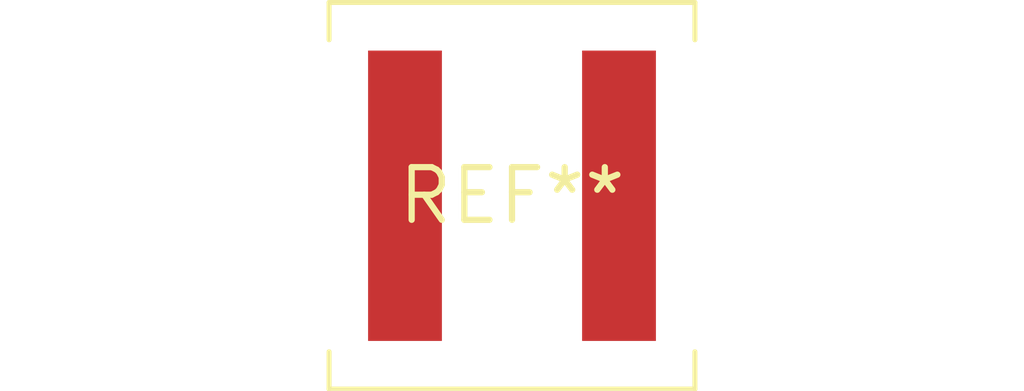
<source format=kicad_pcb>
(kicad_pcb (version 20240108) (generator pcbnew)
  (layers (0 "F.Cu" signal) (31 "B.Cu" signal) (34 "B.Paste" user) (35 "F.Paste" user) (36 "B.SilkS" user "B.Silkscreen") (37 "F.SilkS" user "F.Silkscreen") (38 "B.Mask" user) (39 "F.Mask" user) (44 "Edge.Cuts" user))
  (net 0 "")
  (footprint "L_Coilcraft_XAL8080-XXX" (layer "F.Cu") (at 0 0)
    (property "Reference" "REF**")
    (property "Value" "L_Coilcraft_XAL8080-XXX")
    (fp_line (start -4.41 -4.66) (end -4.41 -3.76) (layer "F.SilkS") (stroke (width 0.12)))
    (fp_line (start -4.41 -4.66) (end 4.41 -4.66) (layer "F.SilkS") (stroke (width 0.12)))
    (fp_line (start -4.41 4.66) (end -4.41 3.76) (layer "F.SilkS") (stroke (width 0.12)))
    (fp_line (start -4.41 4.66) (end 4.41 4.66) (layer "F.SilkS") (stroke (width 0.12)))
    (fp_line (start 4.41 -4.66) (end 4.41 -3.76) (layer "F.SilkS") (stroke (width 0.12)))
    (fp_line (start 4.41 4.66) (end 4.41 3.76) (layer "F.SilkS") (stroke (width 0.12)))
    (pad "1" smd rect (at -2.58 0) (size 1.78 7) (layers "F.Cu" "F.Paste" "F.Mask"))
    (pad "2" smd rect (at 2.58 0) (size 1.78 7) (layers "F.Cu" "F.Paste" "F.Mask"))
  )
)
</source>
